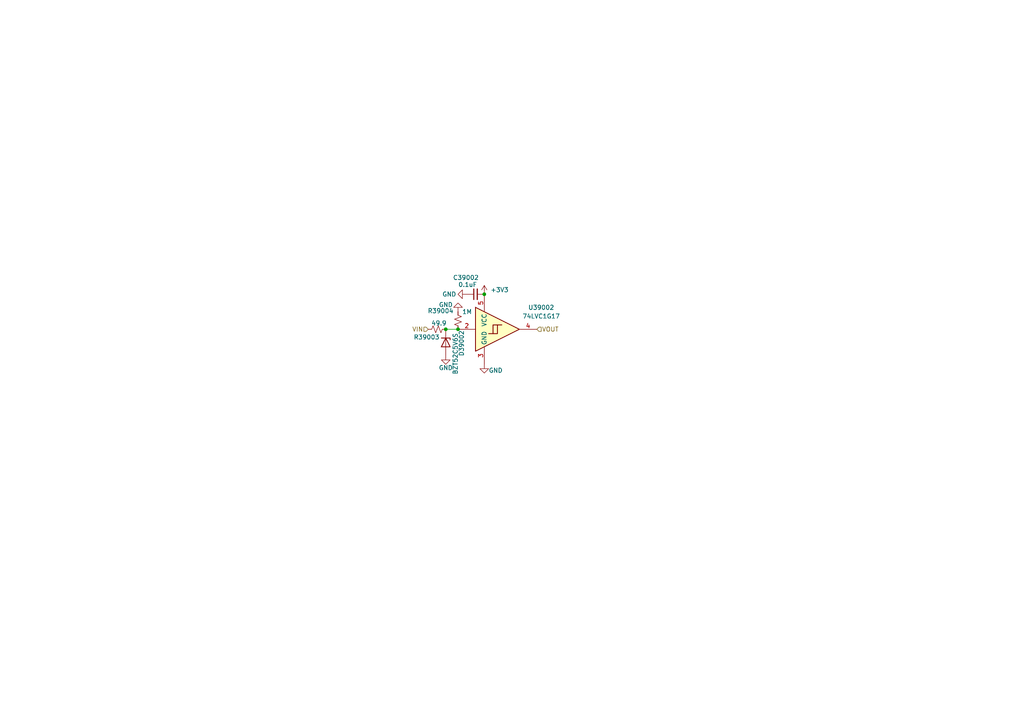
<source format=kicad_sch>
(kicad_sch (version 20231120) (generator "eeschema") (generator_version "8.0")
  (paper "A4")
  (lib_symbols
    (symbol "74xGxx:74LVC1G17"
      (property "Reference" "U" (at 0 3.81 0))
      (property "Value" "74LVC1G17" (at 0 -3.81 0))
      (symbol "74LVC1G17_0_1"
        (polyline (pts (xy -7.62 6.35) (xy -7.62 -6.35) (xy 5.08 0) (xy -7.62 6.35)) (stroke (width 0.254)) (fill (type background)))
        (polyline (pts (xy -3.81 -1.27) (xy -2.54 -1.27) (xy -2.54 1.27) (xy -1.27 1.27)) (stroke (width 0.254)) (fill (type background)))
        (polyline (pts (xy -2.54 -1.27) (xy -1.27 -1.27) (xy -1.27 1.27) (xy 0 1.27)) (stroke (width 0.254)) (fill (type background)))
      )
      (symbol "74LVC1G17_1_1"
        (pin no_connect line (at -7.62 5.08 180) (length 5.08) hide (name "NC") (number "1"))
        (pin input line (at -12.7 0 0) (length 5.08) (name "~") (number "2"))
        (pin power_in line (at -5.08 -10.16 90) (length 5.08) (name "GND") (number "3"))
        (pin output line (at 10.16 0 180) (length 5.08) (name "~") (number "4"))
        (pin power_in line (at -5.08 10.16 270) (length 5.08) (name "VCC") (number "5"))
      )
    )
    (symbol "Device:C_Small" (pin_numbers hide) (pin_names (offset 0.254) hide)
      (property "Reference" "C" (at 0.254 1.778 0))
      (property "Value" "C_Small" (at 0.254 -2.032 0))
      (symbol "C_Small_0_1"
        (polyline (pts (xy -1.524 -0.508) (xy 1.524 -0.508)) (stroke (width 0.3302)))
        (polyline (pts (xy -1.524 0.508) (xy 1.524 0.508)) (stroke (width 0.3048)))
      )
      (symbol "C_Small_1_1"
        (pin passive line (at 0 2.54 270) (length 2.032) (name "~") (number "1"))
        (pin passive line (at 0 -2.54 90) (length 2.032) (name "~") (number "2"))
      )
    )
    (symbol "Device:D_Zener" (pin_numbers hide) (pin_names (offset 1.016) hide)
      (property "Reference" "D" (at 0 2.54 0))
      (property "Value" "D_Zener" (at 0 -2.54 0))
      (symbol "D_Zener_0_1"
        (polyline (pts (xy 1.27 0) (xy -1.27 0)))
        (polyline (pts (xy -1.27 -1.27) (xy -1.27 1.27) (xy -0.762 1.27)) (stroke (width 0.254)))
        (polyline (pts (xy 1.27 -1.27) (xy 1.27 1.27) (xy -1.27 0) (xy 1.27 -1.27)) (stroke (width 0.254)))
      )
      (symbol "D_Zener_1_1"
        (pin passive line (at -3.81 0 0) (length 2.54) (name "K") (number "1"))
        (pin passive line (at 3.81 0 180) (length 2.54) (name "A") (number "2"))
      )
    )
    (symbol "Device:R_Small_US" (pin_numbers hide) (pin_names (offset 0.254) hide)
      (property "Reference" "R" (at 0.762 0.508 0))
      (property "Value" "R_Small_US" (at 0.762 -1.016 0))
      (symbol "R_Small_US_1_1"
        (polyline (pts (xy 0 0) (xy 1.016 -0.381) (xy 0 -0.762) (xy -1.016 -1.143) (xy 0 -1.524)))
        (polyline (pts (xy 0 1.524) (xy 1.016 1.143) (xy 0 0.762) (xy -1.016 0.381) (xy 0 0)))
        (pin passive line (at 0 2.54 270) (length 1.016) (name "~") (number "1"))
        (pin passive line (at 0 -2.54 90) (length 1.016) (name "~") (number "2"))
      )
    )
    (symbol "power:+3V3" (power) (pin_numbers hide) (pin_names (offset 0) hide)
      (property "Value" "+3V3" (at 0 3.556 0))
      (symbol "+3V3_0_1"
        (polyline (pts (xy -0.762 1.27) (xy 0 2.54)))
        (polyline (pts (xy 0 0) (xy 0 2.54)))
        (polyline (pts (xy 0 2.54) (xy 0.762 1.27)))
      )
      (symbol "+3V3_1_1"
        (pin power_in line (at 0 0 90) (length 0) (name "~") (number "1"))
      )
    )
    (symbol "power:GND" (power) (pin_names (offset 0))
      (property "Value" "GND" (at 0 -3.81 0))
      (symbol "GND_0_1"
        (polyline (pts (xy 0 0) (xy 0 -1.27) (xy 1.27 -1.27) (xy 0 -2.54) (xy -1.27 -1.27) (xy 0 -1.27)))
      )
      (symbol "GND_1_1"
        (pin power_in line (at 0 0 270) (length 0) hide (name "GND") (number "1"))
      )
    )
  )
  (junction (at 132.842 95.504))
  (junction (at 129.286 95.504))
  (junction (at 140.462 85.344))
  (wire (pts (xy 129.286 95.504) (xy 132.842 95.504)))
  (hierarchical_label "VIN" (shape input) (at 124.206 95.504 180))
  (hierarchical_label "VOUT" (shape input) (at 155.702 95.504 0))
  (symbol (lib_id "Device:R_Small_US") (at 132.842 92.964 180) (unit 1)
    (property "Reference" "R39004" (at 131.572 90.17 0) (effects (justify left)))
    (property "Value" "1M" (at 136.906 90.424 0) (effects (justify left)))
    (property "Footprint" "Resistor_SMD:R_0402_1005Metric" (effects (hide yes)))
    (instances (project "analog_frontend_panel" (path "" (reference "R39004") (unit 1)) (path "" (reference "R38002") (unit 1)) (path "" (reference "R39002") (unit 1)) (path "" (reference "R40002") (unit 1)) (path "" (reference "R42002") (unit 1))))
  )
  (symbol (lib_id "Device:C_Small") (at 137.922 85.344 90) (unit 1)
    (property "Reference" "C39002" (at 135.128 80.518 90))
    (property "Value" "0.1uF" (at 135.636 82.55 90))
    (property "Footprint" "Capacitor_SMD:C_0402_1005Metric" (effects (hide yes)))
    (instances (project "analog_frontend_panel" (path "" (reference "C39002") (unit 1)) (path "" (reference "C38001") (unit 1)) (path "" (reference "C39001") (unit 1)) (path "" (reference "C40001") (unit 1)) (path "" (reference "C42001") (unit 1))))
  )
  (symbol (lib_id "74xGxx:74LVC1G17") (at 145.542 95.504 0) (unit 1)
    (property "Reference" "U39002" (at 156.972 89.1854 0))
    (property "Value" "74LVC1G17" (at 156.972 91.7254 0))
    (property "Footprint" "Package_TO_SOT_SMD:SOT-23-5" (effects (hide yes)))
    (property "Datasheet" "https://www.ti.com/lit/ds/symlink/sn74lvc1g17.pdf" (effects (hide yes)))
    (property "Description" "Single Schmitt Buffer Gate, Low-Voltage CMOS" (effects (hide yes)))
    (property "LCSC" "C7836" (effects (hide yes)))
    (instances (project "analog_frontend_panel" (path "" (reference "U39002") (unit 1)) (path "" (reference "U38001") (unit 1)) (path "" (reference "U39001") (unit 1)) (path "" (reference "U40001") (unit 1)) (path "" (reference "U42001") (unit 1))))
  )
  (symbol (lib_id "power:+3V3") (at 140.462 85.344 0) (unit 1)
    (property "Reference" "#PWR39009" (effects (hide yes)))
    (property "Value" "+3V3" (at 142.24 84.0739 0) (effects (justify left)))
    (property "Description" "Power symbol creates a global label with name \"+3V3\"" (effects (hide yes)))
    (instances (project "analog_frontend_panel" (path "" (reference "#PWR39009") (unit 1)) (path "" (reference "#PWR38004") (unit 1)) (path "" (reference "#PWR39004") (unit 1)) (path "" (reference "#PWR40004") (unit 1)) (path "" (reference "#PWR42004") (unit 1))))
  )
  (symbol (lib_id "power:GND") (at 135.382 85.344 270) (unit 1)
    (property "Reference" "#PWR39008" (effects (hide yes)))
    (property "Value" "GND" (at 130.302 85.344 90))
    (instances (project "analog_frontend_panel" (path "" (reference "#PWR39008") (unit 1)) (path "" (reference "#PWR38003") (unit 1)) (path "" (reference "#PWR39003") (unit 1)) (path "" (reference "#PWR40003") (unit 1)) (path "" (reference "#PWR42003") (unit 1))))
  )
  (symbol (lib_id "Device:R_Small_US") (at 126.746 95.504 90) (unit 1)
    (property "Reference" "R39003" (at 127.508 97.79 90) (effects (justify left)))
    (property "Value" "49.9" (at 129.54 93.726 90) (effects (justify left)))
    (property "Footprint" "Resistor_SMD:R_0805_2012Metric" (effects (hide yes)))
    (property "LCSC" "C17720" (effects (hide yes)))
    (instances (project "analog_frontend_panel" (path "" (reference "R39003") (unit 1)) (path "" (reference "R38001") (unit 1)) (path "" (reference "R39001") (unit 1)) (path "" (reference "R40001") (unit 1)) (path "" (reference "R42001") (unit 1))))
  )
  (symbol (lib_id "power:GND") (at 132.842 90.424 180) (unit 1)
    (property "Reference" "#PWR39007" (effects (hide yes)))
    (property "Value" "GND" (at 127.254 88.392 0) (effects (justify right)))
    (instances (project "analog_frontend_panel" (path "" (reference "#PWR39007") (unit 1)) (path "" (reference "#PWR38002") (unit 1)) (path "" (reference "#PWR39002") (unit 1)) (path "" (reference "#PWR40002") (unit 1)) (path "" (reference "#PWR42002") (unit 1))))
  )
  (symbol (lib_id "Device:D_Zener") (at 129.286 99.314 270) (unit 1)
    (property "Reference" "D39002" (at 133.858 99.568 0))
    (property "Value" "BZT52C5V6S" (at 132.08 102.616 0))
    (property "Footprint" "Diode_SMD:D_SOD-323" (effects (hide yes)))
    (property "LCSC" "C5184420" (effects (hide yes)))
    (instances (project "analog_frontend_panel" (path "" (reference "D39002") (unit 1)) (path "" (reference "D38001") (unit 1)) (path "" (reference "D39001") (unit 1)) (path "" (reference "D40001") (unit 1)) (path "" (reference "D42001") (unit 1))))
  )
  (symbol (lib_id "power:GND") (at 129.286 103.124 0) (unit 1)
    (property "Reference" "#PWR39006" (effects (hide yes)))
    (property "Value" "GND" (at 129.286 106.68 0))
    (instances (project "analog_frontend_panel" (path "" (reference "#PWR39006") (unit 1)) (path "" (reference "#PWR38001") (unit 1)) (path "" (reference "#PWR39001") (unit 1)) (path "" (reference "#PWR40001") (unit 1)) (path "" (reference "#PWR42001") (unit 1))))
  )
  (symbol (lib_id "power:GND") (at 140.462 105.664 0) (unit 1)
    (property "Reference" "#PWR39010" (effects (hide yes)))
    (property "Value" "GND" (at 143.764 107.442 0))
    (instances (project "analog_frontend_panel" (path "" (reference "#PWR39010") (unit 1)) (path "" (reference "#PWR38005") (unit 1)) (path "" (reference "#PWR39005") (unit 1)) (path "" (reference "#PWR40005") (unit 1)) (path "" (reference "#PWR42005") (unit 1))))
  )
)
</source>
